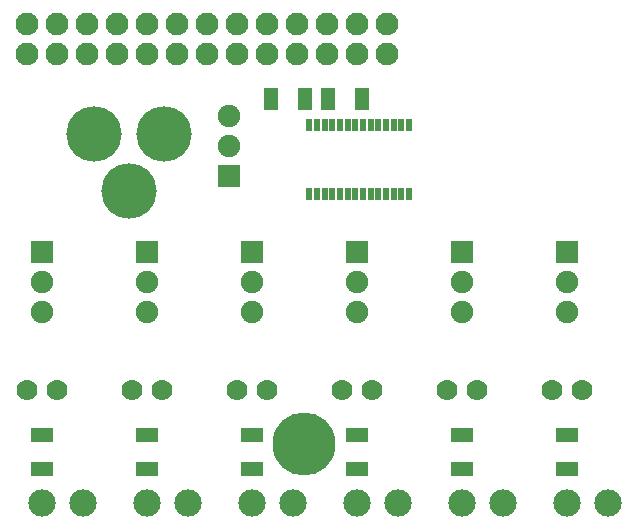
<source format=gts>
*
*
G04 PADS 9.4.1 Build Number: 494907 generated Gerber (RS-274-X) file*
G04 PC Version=2.1*
*
%IN "PiLightControl.pcb"*%
*
%MOIN*%
*
%FSLAX35Y35*%
*
*
*
*
G04 PC Standard Apertures*
*
*
G04 Thermal Relief Aperture macro.*
%AMTER*
1,1,$1,0,0*
1,0,$1-$2,0,0*
21,0,$3,$4,0,0,45*
21,0,$3,$4,0,0,135*
%
*
*
G04 Annular Aperture macro.*
%AMANN*
1,1,$1,0,0*
1,0,$2,0,0*
%
*
*
G04 Odd Aperture macro.*
%AMODD*
1,1,$1,0,0*
1,0,$1-0.005,0,0*
%
*
*
G04 PC Custom Aperture Macros*
*
*
*
*
*
*
G04 PC Aperture Table*
*
%ADD010C,0.001*%
%ADD027R,0.075X0.075*%
%ADD028C,0.075*%
%ADD029C,0.07*%
%ADD030C,0.185*%
%ADD031C,0.091*%
%ADD032C,0.21*%
%ADD033R,0.077X0.0455*%
%ADD034R,0.0455X0.077*%
%ADD035C,0.076*%
%ADD036R,0.02181X0.03953*%
*
*
*
*
G04 PC Circuitry*
G04 Layer Name PiLightControl.pcb - circuitry*
%LPD*%
*
*
G04 PC Custom Flashes*
G04 Layer Name PiLightControl.pcb - flashes*
%LPD*%
*
*
G04 PC Circuitry*
G04 Layer Name PiLightControl.pcb - circuitry*
%LPD*%
*
G54D10*
G54D27*
G01X148000Y235000D03*
X183000D03*
X218000D03*
X253000D03*
X288000D03*
X113000D03*
X175300Y260300D03*
G54D28*
X148000Y225000D03*
Y215000D03*
X183000Y225000D03*
Y215000D03*
X218000Y225000D03*
Y215000D03*
X253000Y225000D03*
Y215000D03*
X288000Y225000D03*
Y215000D03*
X113000Y225000D03*
Y215000D03*
X175300Y270300D03*
Y280300D03*
G54D29*
X153100Y189000D03*
X143100D03*
X188100D03*
X178100D03*
X223100D03*
X213100D03*
X258100D03*
X248100D03*
X293100D03*
X283100D03*
X118100D03*
X108100D03*
G54D30*
X153800Y274100D03*
X130200D03*
X142000Y255200D03*
G54D31*
X148000Y151300D03*
X161800D03*
X183000D03*
X196800D03*
X218000D03*
X231800D03*
X253000D03*
X266800D03*
X288000D03*
X301800D03*
X113000D03*
X126800D03*
G54D32*
X200394Y170866D03*
G54D33*
X113000Y162391D03*
Y173809D03*
X148000Y162391D03*
Y173809D03*
X183000Y162391D03*
Y173809D03*
X218000Y162391D03*
Y173809D03*
X253000Y162391D03*
Y173809D03*
X288000Y162391D03*
Y173809D03*
G54D34*
X219609Y285900D03*
X208191D03*
X189195Y285875D03*
X200613D03*
G54D35*
X107874Y300787D03*
Y310787D03*
X117874Y300787D03*
Y310787D03*
X127874Y300787D03*
Y310787D03*
X137874Y300787D03*
Y310787D03*
X147874Y300787D03*
Y310787D03*
X157874Y300787D03*
Y310787D03*
X167874Y300787D03*
Y310787D03*
X177874Y300787D03*
Y310787D03*
X187874Y300787D03*
Y310787D03*
X197874Y300787D03*
Y310787D03*
X207874Y300787D03*
Y310787D03*
X217874Y300787D03*
Y310787D03*
X227874Y300787D03*
Y310787D03*
G54D36*
X202066Y254084D03*
X204625D03*
X207184D03*
X209743D03*
X212302D03*
X214861D03*
X217420D03*
X219980D03*
X222539D03*
X225098D03*
X227657D03*
X230216D03*
X232775D03*
X235334D03*
Y277116D03*
X232775D03*
X230216D03*
X227657D03*
X225098D03*
X222539D03*
X219980D03*
X217420D03*
X214861D03*
X212302D03*
X209743D03*
X207184D03*
X204625D03*
X202066D03*
X0Y0D02*
M02*

</source>
